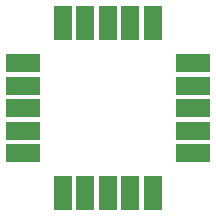
<source format=gbr>
%TF.GenerationSoftware,KiCad,Pcbnew,7.0.2-0*%
%TF.CreationDate,2023-10-14T01:58:59-05:00*%
%TF.ProjectId,Flight Computer,466c6967-6874-4204-936f-6d7075746572,1.1*%
%TF.SameCoordinates,Original*%
%TF.FileFunction,Paste,Bot*%
%TF.FilePolarity,Positive*%
%FSLAX46Y46*%
G04 Gerber Fmt 4.6, Leading zero omitted, Abs format (unit mm)*
G04 Created by KiCad (PCBNEW 7.0.2-0) date 2023-10-14 01:58:59*
%MOMM*%
%LPD*%
G01*
G04 APERTURE LIST*
%ADD10R,3.000000X1.500000*%
%ADD11R,1.500000X3.000000*%
G04 APERTURE END LIST*
D10*
%TO.C,U11*%
X159800000Y-86412500D03*
X159800000Y-88312500D03*
X159800000Y-90212500D03*
X159800000Y-92112500D03*
X159800000Y-94012500D03*
D11*
X156400000Y-97412500D03*
X154500000Y-97412500D03*
X152600000Y-97412500D03*
X150700000Y-97412500D03*
X148800000Y-97412500D03*
D10*
X145400000Y-94012500D03*
X145400000Y-92112500D03*
X145400000Y-90212500D03*
X145400000Y-88312500D03*
X145400000Y-86412500D03*
D11*
X148800000Y-83012500D03*
X150700000Y-83012500D03*
X152600000Y-83012500D03*
X154500000Y-83012500D03*
X156400000Y-83012500D03*
%TD*%
M02*

</source>
